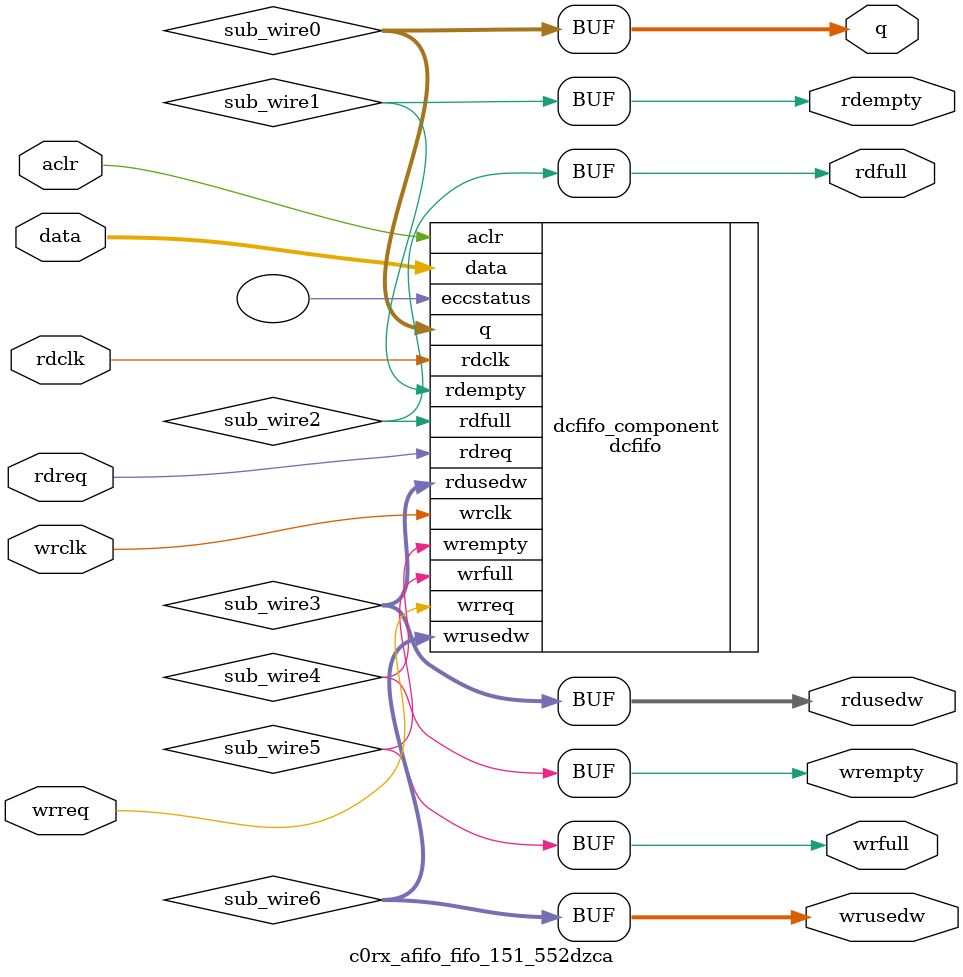
<source format=v>



`timescale 1 ps / 1 ps
// synopsys translate_on
module  c0rx_afifo_fifo_151_552dzca  (
    aclr,
    data,
    rdclk,
    rdreq,
    wrclk,
    wrreq,
    q,
    rdempty,
    rdfull,
    rdusedw,
    wrempty,
    wrfull,
    wrusedw);

    input    aclr;
    input  [542:0]  data;
    input    rdclk;
    input    rdreq;
    input    wrclk;
    input    wrreq;
    output [542:0]  q;
    output   rdempty;
    output   rdfull;
    output [8:0]  rdusedw;
    output   wrempty;
    output   wrfull;
    output [8:0]  wrusedw;
`ifndef ALTERA_RESERVED_QIS
// synopsys translate_off
`endif
    tri0     aclr;
`ifndef ALTERA_RESERVED_QIS
// synopsys translate_on
`endif

    wire [542:0] sub_wire0;
    wire  sub_wire1;
    wire  sub_wire2;
    wire [8:0] sub_wire3;
    wire  sub_wire4;
    wire  sub_wire5;
    wire [8:0] sub_wire6;
    wire [542:0] q = sub_wire0[542:0];
    wire  rdempty = sub_wire1;
    wire  rdfull = sub_wire2;
    wire [8:0] rdusedw = sub_wire3[8:0];
    wire  wrempty = sub_wire4;
    wire  wrfull = sub_wire5;
    wire [8:0] wrusedw = sub_wire6[8:0];

    dcfifo  dcfifo_component (
                .aclr (aclr),
                .data (data),
                .rdclk (rdclk),
                .rdreq (rdreq),
                .wrclk (wrclk),
                .wrreq (wrreq),
                .q (sub_wire0),
                .rdempty (sub_wire1),
                .rdfull (sub_wire2),
                .rdusedw (sub_wire3),
                .wrempty (sub_wire4),
                .wrfull (sub_wire5),
                .wrusedw (sub_wire6),
                .eccstatus ());
    defparam
        dcfifo_component.add_usedw_msb_bit  = "ON",
        dcfifo_component.enable_ecc  = "FALSE",
        dcfifo_component.intended_device_family  = "Arria 10",
        dcfifo_component.lpm_hint  = "DISABLE_DCFIFO_EMBEDDED_TIMING_CONSTRAINT=TRUE",
        dcfifo_component.lpm_numwords  = 256,
        dcfifo_component.lpm_showahead  = "OFF",
        dcfifo_component.lpm_type  = "dcfifo",
        dcfifo_component.lpm_width  = 543,
        dcfifo_component.lpm_widthu  = 9,
        dcfifo_component.overflow_checking  = "ON",
        dcfifo_component.rdsync_delaypipe  = 5,
        dcfifo_component.read_aclr_synch  = "ON",
        dcfifo_component.underflow_checking  = "ON",
        dcfifo_component.use_eab  = "ON",
        dcfifo_component.write_aclr_synch  = "ON",
        dcfifo_component.wrsync_delaypipe  = 5;


endmodule



</source>
